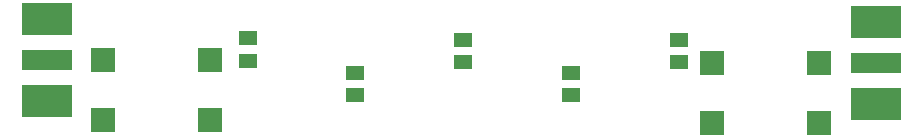
<source format=gbr>
G04 EAGLE Gerber RS-274X export*
G75*
%MOMM*%
%FSLAX34Y34*%
%LPD*%
%INSolderpaste Top*%
%IPPOS*%
%AMOC8*
5,1,8,0,0,1.08239X$1,22.5*%
G01*
%ADD10R,1.500000X1.300000*%
%ADD11R,2.000000X2.000000*%
%ADD12R,4.191000X1.778000*%
%ADD13R,4.191000X2.667000*%


D10*
X474980Y87020D03*
X474980Y106020D03*
X566420Y133960D03*
X566420Y114960D03*
X201930Y116230D03*
X201930Y135230D03*
X292100Y87020D03*
X292100Y106020D03*
X383540Y133960D03*
X383540Y114960D03*
D11*
X78740Y116840D03*
X78740Y66040D03*
X169540Y116840D03*
X169540Y66040D03*
X594360Y114300D03*
X594360Y63500D03*
X685160Y114300D03*
X685160Y63500D03*
D12*
X31314Y116840D03*
D13*
X31314Y151786D03*
X31314Y81894D03*
D12*
X733226Y114300D03*
D13*
X733226Y79354D03*
X733226Y149246D03*
M02*

</source>
